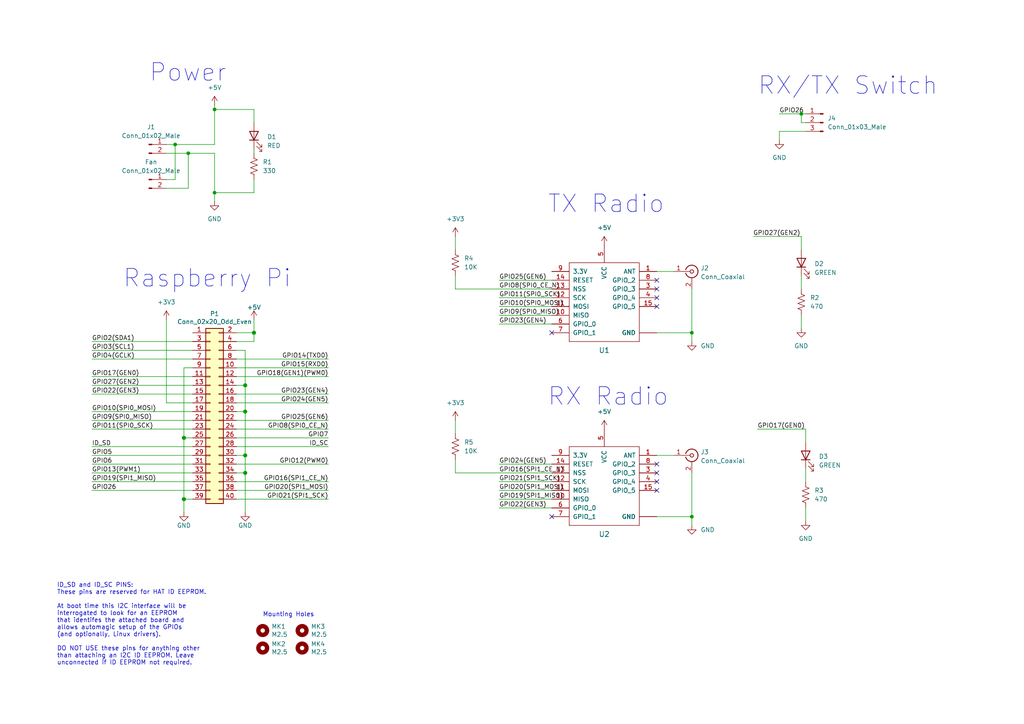
<source format=kicad_sch>
(kicad_sch (version 20211123) (generator eeschema)
  (paper "A4")
  (title_block (date "15 nov 2012"))
  (lib_symbols
    (symbol "Connector:Conn_01x02_Male" (pin_names (offset 1.016) hide)
      (property "Reference" "J" (at 0 2.54 0))
      (property "Value" "Conn_01x02_Male" (at 0 -5.08 0))
      (symbol "Conn_01x02_Male_1_1"
        (polyline (pts (xy 1.27 -2.54) (xy 0.8636 -2.54)) (stroke (width 0.1524)))
        (polyline (pts (xy 1.27 0) (xy 0.8636 0)) (stroke (width 0.1524)))
        (rectangle (start 0.8636 -2.413) (end 0 -2.667) (stroke (width 0.1524)) (fill (type outline)))
        (rectangle (start 0.8636 0.127) (end 0 -0.127) (stroke (width 0.1524)) (fill (type outline)))
        (pin passive line (at 5.08 0 180) (length 3.81) (name "Pin_1") (number "1"))
        (pin passive line (at 5.08 -2.54 180) (length 3.81) (name "Pin_2") (number "2"))
      )
    )
    (symbol "Connector:Conn_01x03_Male" (pin_names (offset 1.016) hide)
      (property "Reference" "J" (at 0 5.08 0))
      (property "Value" "Conn_01x03_Male" (at 0 -5.08 0))
      (symbol "Conn_01x03_Male_1_1"
        (polyline (pts (xy 1.27 -2.54) (xy 0.8636 -2.54)) (stroke (width 0.1524)))
        (polyline (pts (xy 1.27 0) (xy 0.8636 0)) (stroke (width 0.1524)))
        (polyline (pts (xy 1.27 2.54) (xy 0.8636 2.54)) (stroke (width 0.1524)))
        (rectangle (start 0.8636 -2.413) (end 0 -2.667) (stroke (width 0.1524)) (fill (type outline)))
        (rectangle (start 0.8636 0.127) (end 0 -0.127) (stroke (width 0.1524)) (fill (type outline)))
        (rectangle (start 0.8636 2.667) (end 0 2.413) (stroke (width 0.1524)) (fill (type outline)))
        (pin passive line (at 5.08 2.54 180) (length 3.81) (name "Pin_1") (number "1"))
        (pin passive line (at 5.08 0 180) (length 3.81) (name "Pin_2") (number "2"))
        (pin passive line (at 5.08 -2.54 180) (length 3.81) (name "Pin_3") (number "3"))
      )
    )
    (symbol "Connector:Conn_Coaxial" (pin_names (offset 1.016) hide)
      (property "Reference" "J" (at 0.254 3.048 0))
      (property "Value" "Conn_Coaxial" (at 2.921 0 90))
      (symbol "Conn_Coaxial_0_1"
        (arc (start -1.778 -0.508) (mid 0.222 -1.808) (end 1.778 0) (stroke (width 0.254)))
        (polyline (pts (xy -2.54 0) (xy -0.508 0)))
        (polyline (pts (xy 0 -2.54) (xy 0 -1.778)))
        (circle (center 0 0) (radius 0.508) (stroke (width 0.2032)))
        (arc (start 1.778 0) (mid 0.222 1.8083) (end -1.778 0.508) (stroke (width 0.254)))
      )
      (symbol "Conn_Coaxial_1_1"
        (pin passive line (at -5.08 0 0) (length 2.54) (name "In") (number "1"))
        (pin passive line (at 0 -5.08 90) (length 2.54) (name "Ext") (number "2"))
      )
    )
    (symbol "Connector_Generic:Conn_02x20_Odd_Even" (pin_names (offset 1.016) hide)
      (property "Reference" "J" (at 1.27 25.4 0))
      (property "Value" "Conn_02x20_Odd_Even" (at 1.27 -27.94 0))
      (symbol "Conn_02x20_Odd_Even_1_1"
        (rectangle (start -1.27 -25.273) (end 0 -25.527) (stroke (width 0.1524)))
        (rectangle (start -1.27 -22.733) (end 0 -22.987) (stroke (width 0.1524)))
        (rectangle (start -1.27 -20.193) (end 0 -20.447) (stroke (width 0.1524)))
        (rectangle (start -1.27 -17.653) (end 0 -17.907) (stroke (width 0.1524)))
        (rectangle (start -1.27 -15.113) (end 0 -15.367) (stroke (width 0.1524)))
        (rectangle (start -1.27 -12.573) (end 0 -12.827) (stroke (width 0.1524)))
        (rectangle (start -1.27 -10.033) (end 0 -10.287) (stroke (width 0.1524)))
        (rectangle (start -1.27 -7.493) (end 0 -7.747) (stroke (width 0.1524)))
        (rectangle (start -1.27 -4.953) (end 0 -5.207) (stroke (width 0.1524)))
        (rectangle (start -1.27 -2.413) (end 0 -2.667) (stroke (width 0.1524)))
        (rectangle (start -1.27 0.127) (end 0 -0.127) (stroke (width 0.1524)))
        (rectangle (start -1.27 2.667) (end 0 2.413) (stroke (width 0.1524)))
        (rectangle (start -1.27 5.207) (end 0 4.953) (stroke (width 0.1524)))
        (rectangle (start -1.27 7.747) (end 0 7.493) (stroke (width 0.1524)))
        (rectangle (start -1.27 10.287) (end 0 10.033) (stroke (width 0.1524)))
        (rectangle (start -1.27 12.827) (end 0 12.573) (stroke (width 0.1524)))
        (rectangle (start -1.27 15.367) (end 0 15.113) (stroke (width 0.1524)))
        (rectangle (start -1.27 17.907) (end 0 17.653) (stroke (width 0.1524)))
        (rectangle (start -1.27 20.447) (end 0 20.193) (stroke (width 0.1524)))
        (rectangle (start -1.27 22.987) (end 0 22.733) (stroke (width 0.1524)))
        (rectangle (start -1.27 24.13) (end 3.81 -26.67) (stroke (width 0.254)) (fill (type background)))
        (rectangle (start 3.81 -25.273) (end 2.54 -25.527) (stroke (width 0.1524)))
        (rectangle (start 3.81 -22.733) (end 2.54 -22.987) (stroke (width 0.1524)))
        (rectangle (start 3.81 -20.193) (end 2.54 -20.447) (stroke (width 0.1524)))
        (rectangle (start 3.81 -17.653) (end 2.54 -17.907) (stroke (width 0.1524)))
        (rectangle (start 3.81 -15.113) (end 2.54 -15.367) (stroke (width 0.1524)))
        (rectangle (start 3.81 -12.573) (end 2.54 -12.827) (stroke (width 0.1524)))
        (rectangle (start 3.81 -10.033) (end 2.54 -10.287) (stroke (width 0.1524)))
        (rectangle (start 3.81 -7.493) (end 2.54 -7.747) (stroke (width 0.1524)))
        (rectangle (start 3.81 -4.953) (end 2.54 -5.207) (stroke (width 0.1524)))
        (rectangle (start 3.81 -2.413) (end 2.54 -2.667) (stroke (width 0.1524)))
        (rectangle (start 3.81 0.127) (end 2.54 -0.127) (stroke (width 0.1524)))
        (rectangle (start 3.81 2.667) (end 2.54 2.413) (stroke (width 0.1524)))
        (rectangle (start 3.81 5.207) (end 2.54 4.953) (stroke (width 0.1524)))
        (rectangle (start 3.81 7.747) (end 2.54 7.493) (stroke (width 0.1524)))
        (rectangle (start 3.81 10.287) (end 2.54 10.033) (stroke (width 0.1524)))
        (rectangle (start 3.81 12.827) (end 2.54 12.573) (stroke (width 0.1524)))
        (rectangle (start 3.81 15.367) (end 2.54 15.113) (stroke (width 0.1524)))
        (rectangle (start 3.81 17.907) (end 2.54 17.653) (stroke (width 0.1524)))
        (rectangle (start 3.81 20.447) (end 2.54 20.193) (stroke (width 0.1524)))
        (rectangle (start 3.81 22.987) (end 2.54 22.733) (stroke (width 0.1524)))
        (pin passive line (at -5.08 22.86 0) (length 3.81) (name "Pin_1") (number "1"))
        (pin passive line (at 7.62 12.7 180) (length 3.81) (name "Pin_10") (number "10"))
        (pin passive line (at -5.08 10.16 0) (length 3.81) (name "Pin_11") (number "11"))
        (pin passive line (at 7.62 10.16 180) (length 3.81) (name "Pin_12") (number "12"))
        (pin passive line (at -5.08 7.62 0) (length 3.81) (name "Pin_13") (number "13"))
        (pin passive line (at 7.62 7.62 180) (length 3.81) (name "Pin_14") (number "14"))
        (pin passive line (at -5.08 5.08 0) (length 3.81) (name "Pin_15") (number "15"))
        (pin passive line (at 7.62 5.08 180) (length 3.81) (name "Pin_16") (number "16"))
        (pin passive line (at -5.08 2.54 0) (length 3.81) (name "Pin_17") (number "17"))
        (pin passive line (at 7.62 2.54 180) (length 3.81) (name "Pin_18") (number "18"))
        (pin passive line (at -5.08 0 0) (length 3.81) (name "Pin_19") (number "19"))
        (pin passive line (at 7.62 22.86 180) (length 3.81) (name "Pin_2") (number "2"))
        (pin passive line (at 7.62 0 180) (length 3.81) (name "Pin_20") (number "20"))
        (pin passive line (at -5.08 -2.54 0) (length 3.81) (name "Pin_21") (number "21"))
        (pin passive line (at 7.62 -2.54 180) (length 3.81) (name "Pin_22") (number "22"))
        (pin passive line (at -5.08 -5.08 0) (length 3.81) (name "Pin_23") (number "23"))
        (pin passive line (at 7.62 -5.08 180) (length 3.81) (name "Pin_24") (number "24"))
        (pin passive line (at -5.08 -7.62 0) (length 3.81) (name "Pin_25") (number "25"))
        (pin passive line (at 7.62 -7.62 180) (length 3.81) (name "Pin_26") (number "26"))
        (pin passive line (at -5.08 -10.16 0) (length 3.81) (name "Pin_27") (number "27"))
        (pin passive line (at 7.62 -10.16 180) (length 3.81) (name "Pin_28") (number "28"))
        (pin passive line (at -5.08 -12.7 0) (length 3.81) (name "Pin_29") (number "29"))
        (pin passive line (at -5.08 20.32 0) (length 3.81) (name "Pin_3") (number "3"))
        (pin passive line (at 7.62 -12.7 180) (length 3.81) (name "Pin_30") (number "30"))
        (pin passive line (at -5.08 -15.24 0) (length 3.81) (name "Pin_31") (number "31"))
        (pin passive line (at 7.62 -15.24 180) (length 3.81) (name "Pin_32") (number "32"))
        (pin passive line (at -5.08 -17.78 0) (length 3.81) (name "Pin_33") (number "33"))
        (pin passive line (at 7.62 -17.78 180) (length 3.81) (name "Pin_34") (number "34"))
        (pin passive line (at -5.08 -20.32 0) (length 3.81) (name "Pin_35") (number "35"))
        (pin passive line (at 7.62 -20.32 180) (length 3.81) (name "Pin_36") (number "36"))
        (pin passive line (at -5.08 -22.86 0) (length 3.81) (name "Pin_37") (number "37"))
        (pin passive line (at 7.62 -22.86 180) (length 3.81) (name "Pin_38") (number "38"))
        (pin passive line (at -5.08 -25.4 0) (length 3.81) (name "Pin_39") (number "39"))
        (pin passive line (at 7.62 20.32 180) (length 3.81) (name "Pin_4") (number "4"))
        (pin passive line (at 7.62 -25.4 180) (length 3.81) (name "Pin_40") (number "40"))
        (pin passive line (at -5.08 17.78 0) (length 3.81) (name "Pin_5") (number "5"))
        (pin passive line (at 7.62 17.78 180) (length 3.81) (name "Pin_6") (number "6"))
        (pin passive line (at -5.08 15.24 0) (length 3.81) (name "Pin_7") (number "7"))
        (pin passive line (at 7.62 15.24 180) (length 3.81) (name "Pin_8") (number "8"))
        (pin passive line (at -5.08 12.7 0) (length 3.81) (name "Pin_9") (number "9"))
      )
    )
    (symbol "Device:LED" (pin_numbers hide) (pin_names (offset 1.016) hide)
      (property "Reference" "D" (at 0 2.54 0))
      (property "Value" "LED" (at 0 -2.54 0))
      (symbol "LED_0_1"
        (polyline (pts (xy -1.27 -1.27) (xy -1.27 1.27)) (stroke (width 0.254)))
        (polyline (pts (xy -1.27 0) (xy 1.27 0)))
        (polyline (pts (xy 1.27 -1.27) (xy 1.27 1.27) (xy -1.27 0) (xy 1.27 -1.27)) (stroke (width 0.254)))
        (polyline (pts (xy -3.048 -0.762) (xy -4.572 -2.286) (xy -3.81 -2.286) (xy -4.572 -2.286) (xy -4.572 -1.524)))
        (polyline (pts (xy -1.778 -0.762) (xy -3.302 -2.286) (xy -2.54 -2.286) (xy -3.302 -2.286) (xy -3.302 -1.524)))
      )
      (symbol "LED_1_1"
        (pin passive line (at -3.81 0 0) (length 2.54) (name "K") (number "1"))
        (pin passive line (at 3.81 0 180) (length 2.54) (name "A") (number "2"))
      )
    )
    (symbol "Device:R_US" (pin_numbers hide) (pin_names (offset 0))
      (property "Reference" "R" (at 2.54 0 90))
      (property "Value" "R_US" (at -2.54 0 90))
      (symbol "R_US_0_1"
        (polyline (pts (xy 0 -2.286) (xy 0 -2.54)))
        (polyline (pts (xy 0 2.286) (xy 0 2.54)))
        (polyline (pts (xy 0 -0.762) (xy 1.016 -1.143) (xy 0 -1.524) (xy -1.016 -1.905) (xy 0 -2.286)))
        (polyline (pts (xy 0 0.762) (xy 1.016 0.381) (xy 0 0) (xy -1.016 -0.381) (xy 0 -0.762)))
        (polyline (pts (xy 0 2.286) (xy 1.016 1.905) (xy 0 1.524) (xy -1.016 1.143) (xy 0 0.762)))
      )
      (symbol "R_US_1_1"
        (pin passive line (at 0 3.81 270) (length 1.27) (name "~") (number "1"))
        (pin passive line (at 0 -3.81 90) (length 1.27) (name "~") (number "2"))
      )
    )
    (symbol "Mechanical:MountingHole" (pin_names (offset 1.016))
      (property "Reference" "H" (at 0 5.08 0))
      (property "Value" "MountingHole" (at 0 3.175 0))
      (symbol "MountingHole_0_1"
        (circle (center 0 0) (radius 1.27) (stroke (width 1.27)))
      )
    )
    (symbol "mainboard:RFM98PW-symbols" (pin_names (offset 1.016))
      (property "Reference" "U" (at -7.62 10.16 0))
      (symbol "RFM98PW-symbols_0_0"
        (pin bidirectional line (at 17.78 -10.16 180) (length 5.08) hide (name "GND") (number "17"))
        (pin bidirectional line (at 2.54 15.24 270) (length 5.08) (name "VCC") (number "5"))
      )
      (symbol "RFM98PW-symbols_1_0"
        (polyline (pts (xy -7.62 -12.7) (xy -7.62 10.16)))
        (polyline (pts (xy -7.62 10.16) (xy 12.7 10.16)))
        (polyline (pts (xy 12.7 -12.7) (xy -7.62 -12.7)))
        (polyline (pts (xy 12.7 10.16) (xy 12.7 -12.7)))
        (pin bidirectional line (at 17.78 7.62 180) (length 5.08) (name "ANT") (number "1"))
        (pin bidirectional line (at -12.7 -5.08 0) (length 5.08) (name "MISO") (number "10"))
        (pin bidirectional line (at -12.7 -2.54 0) (length 5.08) (name "MOSI") (number "11"))
        (pin bidirectional line (at -12.7 0 0) (length 5.08) (name "SCK") (number "12"))
        (pin bidirectional line (at -12.7 2.54 0) (length 5.08) (name "NSS") (number "13"))
        (pin bidirectional line (at -12.7 5.08 0) (length 5.08) (name "RESET") (number "14"))
        (pin bidirectional line (at 17.78 -2.54 180) (length 5.08) (name "GPIO_5") (number "15"))
        (pin bidirectional line (at 17.78 -10.16 180) (length 5.08) (name "GND") (number "16"))
        (pin bidirectional line (at 17.78 -10.16 180) (length 5.08) (name "GND") (number "2"))
        (pin bidirectional line (at 17.78 2.54 180) (length 5.08) (name "GPIO_3") (number "3"))
        (pin bidirectional line (at 17.78 0 180) (length 5.08) (name "GPIO_4") (number "4"))
        (pin bidirectional line (at -12.7 -7.62 0) (length 5.08) (name "GPIO_0") (number "6"))
        (pin bidirectional line (at -12.7 -10.16 0) (length 5.08) (name "GPIO_1") (number "7"))
        (pin bidirectional line (at 17.78 5.08 180) (length 5.08) (name "GPIO_2") (number "8"))
        (pin power_in line (at -12.7 7.62 0) (length 5.08) (name "3.3V") (number "9"))
      )
    )
    (symbol "power:+3.3V" (power) (pin_names (offset 0))
      (property "Value" "+3.3V" (at 0 3.556 0))
      (symbol "+3.3V_0_1"
        (polyline (pts (xy -0.762 1.27) (xy 0 2.54)))
        (polyline (pts (xy 0 0) (xy 0 2.54)))
        (polyline (pts (xy 0 2.54) (xy 0.762 1.27)))
      )
      (symbol "+3.3V_1_1"
        (pin power_in line (at 0 0 90) (length 0) hide (name "+3V3") (number "1"))
      )
    )
    (symbol "power:+5V" (power) (pin_names (offset 0))
      (property "Value" "+5V" (at 0 3.556 0))
      (symbol "+5V_0_1"
        (polyline (pts (xy -0.762 1.27) (xy 0 2.54)))
        (polyline (pts (xy 0 0) (xy 0 2.54)))
        (polyline (pts (xy 0 2.54) (xy 0.762 1.27)))
      )
      (symbol "+5V_1_1"
        (pin power_in line (at 0 0 90) (length 0) hide (name "+5V") (number "1"))
      )
    )
    (symbol "power:GND" (power) (pin_names (offset 0))
      (property "Value" "GND" (at 0 -3.81 0))
      (symbol "GND_0_1"
        (polyline (pts (xy 0 0) (xy 0 -1.27) (xy 1.27 -1.27) (xy 0 -2.54) (xy -1.27 -1.27) (xy 0 -1.27)))
      )
      (symbol "GND_1_1"
        (pin power_in line (at 0 0 270) (length 0) hide (name "GND") (number "1"))
      )
    )
  )
  (junction (at 71.12 137.16) (diameter 1.016))
  (junction (at 54.61 44.45))
  (junction (at 62.23 31.75))
  (junction (at 200.66 149.86))
  (junction (at 62.23 55.88))
  (junction (at 200.66 96.52))
  (junction (at 50.8 41.91))
  (junction (at 71.12 119.38) (diameter 1.016))
  (junction (at 53.34 144.78) (diameter 1.016))
  (junction (at 232.41 33.02))
  (junction (at 73.66 96.52) (diameter 1.016))
  (junction (at 71.12 132.08) (diameter 1.016))
  (junction (at 71.12 111.76) (diameter 1.016))
  (junction (at 53.34 127) (diameter 1.016))
  (no_connect (at 190.5 134.62))
  (no_connect (at 190.5 137.16))
  (no_connect (at 190.5 142.24))
  (no_connect (at 190.5 139.7))
  (no_connect (at 160.02 149.86))
  (no_connect (at 190.5 81.28))
  (no_connect (at 190.5 83.82))
  (no_connect (at 190.5 86.36))
  (no_connect (at 190.5 88.9))
  (no_connect (at 160.02 96.52))
  (wire (pts (xy 200.66 137.16) (xy 200.66 149.86)))
  (wire (pts (xy 73.66 43.18) (xy 73.66 44.45)))
  (wire (pts (xy 144.78 88.9) (xy 160.02 88.9)))
  (wire (pts (xy 190.5 132.08) (xy 195.58 132.08)))
  (wire (pts (xy 144.78 142.24) (xy 160.02 142.24)))
  (wire (pts (xy 218.44 68.58) (xy 232.41 68.58)))
  (wire (pts (xy 68.58 139.7) (xy 95.25 139.7)))
  (wire (pts (xy 73.66 96.52) (xy 73.66 99.06)))
  (wire (pts (xy 233.68 35.56) (xy 232.41 35.56)))
  (wire (pts (xy 132.08 121.92) (xy 132.08 125.73)))
  (wire (pts (xy 132.08 80.01) (xy 132.08 83.82)))
  (wire (pts (xy 71.12 111.76) (xy 71.12 119.38)))
  (wire (pts (xy 190.5 78.74) (xy 195.58 78.74)))
  (wire (pts (xy 68.58 104.14) (xy 95.25 104.14)))
  (wire (pts (xy 62.23 31.75) (xy 62.23 41.91)))
  (wire (pts (xy 26.67 101.6) (xy 55.88 101.6)))
  (wire (pts (xy 200.66 96.52) (xy 200.66 99.06)))
  (wire (pts (xy 71.12 101.6) (xy 68.58 101.6)))
  (wire (pts (xy 144.78 86.36) (xy 160.02 86.36)))
  (wire (pts (xy 68.58 134.62) (xy 95.25 134.62)))
  (wire (pts (xy 233.68 124.46) (xy 233.68 128.27)))
  (wire (pts (xy 55.88 129.54) (xy 26.67 129.54)))
  (wire (pts (xy 233.68 147.32) (xy 233.68 151.13)))
  (wire (pts (xy 71.12 111.76) (xy 68.58 111.76)))
  (wire (pts (xy 132.08 83.82) (xy 160.02 83.82)))
  (wire (pts (xy 26.67 132.08) (xy 55.88 132.08)))
  (wire (pts (xy 26.67 121.92) (xy 55.88 121.92)))
  (wire (pts (xy 232.41 33.02) (xy 233.68 33.02)))
  (wire (pts (xy 144.78 147.32) (xy 160.02 147.32)))
  (wire (pts (xy 26.67 99.06) (xy 55.88 99.06)))
  (wire (pts (xy 53.34 106.68) (xy 55.88 106.68)))
  (wire (pts (xy 190.5 96.52) (xy 200.66 96.52)))
  (wire (pts (xy 62.23 55.88) (xy 73.66 55.88)))
  (wire (pts (xy 232.41 80.01) (xy 232.41 83.82)))
  (wire (pts (xy 71.12 119.38) (xy 68.58 119.38)))
  (wire (pts (xy 68.58 144.78) (xy 95.25 144.78)))
  (wire (pts (xy 62.23 30.48) (xy 62.23 31.75)))
  (wire (pts (xy 190.5 149.86) (xy 200.66 149.86)))
  (wire (pts (xy 26.67 139.7) (xy 55.88 139.7)))
  (wire (pts (xy 144.78 139.7) (xy 160.02 139.7)))
  (wire (pts (xy 132.08 137.16) (xy 160.02 137.16)))
  (wire (pts (xy 26.67 142.24) (xy 55.88 142.24)))
  (wire (pts (xy 50.8 52.07) (xy 50.8 41.91)))
  (wire (pts (xy 200.66 83.82) (xy 200.66 96.52)))
  (wire (pts (xy 26.67 114.3) (xy 55.88 114.3)))
  (wire (pts (xy 68.58 116.84) (xy 95.25 116.84)))
  (wire (pts (xy 62.23 31.75) (xy 73.66 31.75)))
  (wire (pts (xy 73.66 31.75) (xy 73.66 35.56)))
  (wire (pts (xy 71.12 132.08) (xy 71.12 137.16)))
  (wire (pts (xy 54.61 54.61) (xy 54.61 44.45)))
  (wire (pts (xy 53.34 127) (xy 53.34 144.78)))
  (wire (pts (xy 48.26 44.45) (xy 54.61 44.45)))
  (wire (pts (xy 73.66 96.52) (xy 68.58 96.52)))
  (wire (pts (xy 26.67 119.38) (xy 55.88 119.38)))
  (wire (pts (xy 68.58 99.06) (xy 73.66 99.06)))
  (wire (pts (xy 53.34 144.78) (xy 55.88 144.78)))
  (wire (pts (xy 68.58 127) (xy 95.25 127)))
  (wire (pts (xy 53.34 106.68) (xy 53.34 127)))
  (wire (pts (xy 132.08 133.35) (xy 132.08 137.16)))
  (wire (pts (xy 48.26 54.61) (xy 54.61 54.61)))
  (wire (pts (xy 144.78 91.44) (xy 160.02 91.44)))
  (wire (pts (xy 226.06 33.02) (xy 232.41 33.02)))
  (wire (pts (xy 232.41 68.58) (xy 232.41 72.39)))
  (wire (pts (xy 48.26 116.84) (xy 55.88 116.84)))
  (wire (pts (xy 48.26 52.07) (xy 50.8 52.07)))
  (wire (pts (xy 71.12 101.6) (xy 71.12 111.76)))
  (wire (pts (xy 71.12 132.08) (xy 68.58 132.08)))
  (wire (pts (xy 48.26 92.71) (xy 48.26 116.84)))
  (wire (pts (xy 71.12 137.16) (xy 71.12 148.59)))
  (wire (pts (xy 26.67 124.46) (xy 55.88 124.46)))
  (wire (pts (xy 71.12 137.16) (xy 68.58 137.16)))
  (wire (pts (xy 26.67 134.62) (xy 55.88 134.62)))
  (wire (pts (xy 26.67 104.14) (xy 55.88 104.14)))
  (wire (pts (xy 232.41 33.02) (xy 232.41 35.56)))
  (wire (pts (xy 233.68 135.89) (xy 233.68 139.7)))
  (wire (pts (xy 73.66 52.07) (xy 73.66 55.88)))
  (wire (pts (xy 53.34 144.78) (xy 53.34 148.59)))
  (wire (pts (xy 71.12 119.38) (xy 71.12 132.08)))
  (wire (pts (xy 68.58 106.68) (xy 95.25 106.68)))
  (wire (pts (xy 144.78 134.62) (xy 160.02 134.62)))
  (wire (pts (xy 68.58 129.54) (xy 95.25 129.54)))
  (wire (pts (xy 68.58 109.22) (xy 95.25 109.22)))
  (wire (pts (xy 68.58 121.92) (xy 95.25 121.92)))
  (wire (pts (xy 68.58 124.46) (xy 95.25 124.46)))
  (wire (pts (xy 219.71 124.46) (xy 233.68 124.46)))
  (wire (pts (xy 26.67 111.76) (xy 55.88 111.76)))
  (wire (pts (xy 68.58 114.3) (xy 95.25 114.3)))
  (wire (pts (xy 55.88 109.22) (xy 26.67 109.22)))
  (wire (pts (xy 232.41 91.44) (xy 232.41 95.25)))
  (wire (pts (xy 48.26 41.91) (xy 50.8 41.91)))
  (wire (pts (xy 62.23 55.88) (xy 62.23 44.45)))
  (wire (pts (xy 62.23 58.42) (xy 62.23 55.88)))
  (wire (pts (xy 144.78 93.98) (xy 160.02 93.98)))
  (wire (pts (xy 50.8 41.91) (xy 62.23 41.91)))
  (wire (pts (xy 226.06 38.1) (xy 226.06 40.64)))
  (wire (pts (xy 68.58 142.24) (xy 95.25 142.24)))
  (wire (pts (xy 53.34 127) (xy 55.88 127)))
  (wire (pts (xy 73.66 92.71) (xy 73.66 96.52)))
  (wire (pts (xy 54.61 44.45) (xy 62.23 44.45)))
  (wire (pts (xy 132.08 68.58) (xy 132.08 72.39)))
  (wire (pts (xy 233.68 38.1) (xy 226.06 38.1)))
  (wire (pts (xy 200.66 149.86) (xy 200.66 152.4)))
  (wire (pts (xy 144.78 144.78) (xy 160.02 144.78)))
  (wire (pts (xy 144.78 81.28) (xy 160.02 81.28)))
  (wire (pts (xy 55.88 137.16) (xy 26.67 137.16)))
  (text "RX Radio" (at 158.75 118.11 0) (effects (font (size 5.08 5.08)) (justify left bottom)))
  (text "RX/TX Switch" (at 219.71 27.94 0) (effects (font (size 5.08 5.08)) (justify left bottom)))
  (text "ID_SD and ID_SC PINS:\nThese pins are reserved for HAT ID EEPROM.\n\nAt boot time this I2C interface will be\ninterrogated to look for an EEPROM\nthat identifes the attached board and\nallows automagic setup of the GPIOs\n(and optionally, Linux drivers).\n\nDO NOT USE these pins for anything other\nthan attaching an I2C ID EEPROM. Leave\nunconnected if ID EEPROM not required." (at 16.51 193.04 0) (effects (font (size 1.27 1.27)) (justify left bottom)))
  (text "TX Radio" (at 158.75 62.23 0) (effects (font (size 5.08 5.08)) (justify left bottom)))
  (text "Raspberry Pi" (at 35.56 83.82 0) (effects (font (size 5.08 5.08)) (justify left bottom)))
  (text "Mounting Holes" (at 76.2 179.07 0) (effects (font (size 1.27 1.27)) (justify left bottom)))
  (text "Power" (at 43.18 24.13 0) (effects (font (size 5.08 5.08)) (justify left bottom)))
  (label "GPIO10(SPI0_MOSI)" (at 144.78 88.9 0))
  (label "GPIO21(SPI1_SCK)" (at 144.78 139.7 0))
  (label "GPIO5" (at 26.67 132.08 0))
  (label "GPIO13(PWM1)" (at 26.67 137.16 0))
  (label "GPIO7" (at 95.25 127 180))
  (label "GPIO25(GEN6)" (at 95.25 121.92 180))
  (label "GPIO27(GEN2)" (at 218.44 68.58 0))
  (label "ID_SD" (at 26.67 129.54 0))
  (label "GPIO17(GEN0)" (at 26.67 109.22 0))
  (label "GPIO20(SPI1_MOSI)" (at 95.25 142.24 180))
  (label "GPIO20(SPI1_MOSI)" (at 144.78 142.24 0))
  (label "GPIO17(GEN0)" (at 219.71 124.46 0))
  (label "GPIO15(RXD0)" (at 95.25 106.68 180))
  (label "ID_SC" (at 95.25 129.54 180))
  (label "GPIO4(GCLK)" (at 26.67 104.14 0))
  (label "GPIO19(SPI1_MISO)" (at 26.67 139.7 0))
  (label "GPIO16(SPI1_CE_N)" (at 95.25 139.7 180))
  (label "GPIO21(SPI1_SCK)" (at 95.25 144.78 180))
  (label "GPIO14(TXD0)" (at 95.25 104.14 180))
  (label "GPIO3(SCL1)" (at 26.67 101.6 0))
  (label "GPIO8(SPI0_CE_N)" (at 95.25 124.46 180))
  (label "GPIO6" (at 26.67 134.62 0))
  (label "GPIO16(SPI1_CE_N)" (at 144.78 137.16 0))
  (label "GPIO27(GEN2)" (at 26.67 111.76 0))
  (label "GPIO26" (at 26.67 142.24 0))
  (label "GPIO24(GEN5)" (at 95.25 116.84 180))
  (label "GPIO18(GEN1)(PWM0)" (at 95.25 109.22 180))
  (label "GPIO23(GEN4)" (at 95.25 114.3 180))
  (label "GPIO23(GEN4)" (at 144.78 93.98 0))
  (label "GPIO9(SPI0_MISO)" (at 26.67 121.92 0))
  (label "GPIO10(SPI0_MOSI)" (at 26.67 119.38 0))
  (label "GPIO12(PWM0)" (at 95.25 134.62 180))
  (label "GPIO9(SPI0_MISO)" (at 144.78 91.44 0))
  (label "GPIO26" (at 226.06 33.02 0))
  (label "GPIO24(GEN5)" (at 144.78 134.62 0))
  (label "GPIO2(SDA1)" (at 26.67 99.06 0))
  (label "GPIO22(GEN3)" (at 26.67 114.3 0))
  (label "GPIO11(SPI0_SCK)" (at 26.67 124.46 0))
  (label "GPIO25(GEN6)" (at 144.78 81.28 0))
  (label "GPIO8(SPI0_CE_N)" (at 144.78 83.82 0))
  (label "GPIO22(GEN3)" (at 144.78 147.32 0))
  (label "GPIO11(SPI0_SCK)" (at 144.78 86.36 0))
  (label "GPIO19(SPI1_MISO)" (at 144.78 144.78 0))
  (symbol (lib_id "power:+5V") (at 73.66 92.71 0) (unit 1)
    (property "Reference" "#PWR05" (effects hide))
    (property "Value" "+5V" (at 73.66 89.154 0))
  )
  (symbol (lib_id "power:GND") (at 71.12 148.59 0) (unit 1)
    (property "Reference" "#PWR04" (effects hide))
    (property "Value" "GND" (at 71.12 152.4 0))
  )
  (symbol (lib_id "power:GND") (at 53.34 148.59 0) (unit 1)
    (property "Reference" "#PWR01" (effects hide))
    (property "Value" "GND" (at 53.34 152.4 0))
  )
  (symbol (lib_id "Mechanical:MountingHole") (at 76.2 182.88 0) (unit 1)
    (property "Reference" "MK1" (at 78.74 181.7116 0) (effects (justify left)))
    (property "Value" "M2.5" (at 78.74 184.023 0) (effects (justify left)))
    (property "Footprint" "MountingHole:MountingHole_2.7mm_M2.5" (effects hide))
  )
  (symbol (lib_id "Mechanical:MountingHole") (at 87.63 182.88 0) (unit 1)
    (property "Reference" "MK3" (at 90.17 181.7116 0) (effects (justify left)))
    (property "Value" "M2.5" (at 90.17 184.023 0) (effects (justify left)))
    (property "Footprint" "MountingHole:MountingHole_2.7mm_M2.5" (effects hide))
  )
  (symbol (lib_id "Mechanical:MountingHole") (at 76.2 187.96 0) (unit 1)
    (property "Reference" "MK2" (at 78.74 186.7916 0) (effects (justify left)))
    (property "Value" "M2.5" (at 78.74 189.103 0) (effects (justify left)))
    (property "Footprint" "MountingHole:MountingHole_2.7mm_M2.5" (effects hide))
  )
  (symbol (lib_id "Mechanical:MountingHole") (at 87.63 187.96 0) (unit 1)
    (property "Reference" "MK4" (at 90.17 186.7916 0) (effects (justify left)))
    (property "Value" "M2.5" (at 90.17 189.103 0) (effects (justify left)))
    (property "Footprint" "MountingHole:MountingHole_2.7mm_M2.5" (effects hide))
  )
  (symbol (lib_id "Connector_Generic:Conn_02x20_Odd_Even") (at 60.96 119.38 0) (unit 1)
    (property "Reference" "P1" (at 62.23 91.0082 0))
    (property "Value" "Conn_02x20_Odd_Even" (at 62.23 93.3196 0))
    (property "Footprint" "Connector_PinSocket_2.54mm:PinSocket_2x20_P2.54mm_Vertical" (effects hide))
  )
  (symbol (lib_id "Device:R_US") (at 73.66 48.26 0) (unit 1)
    (property "Reference" "R1" (at 76.2 46.9899 0) (effects (justify left)))
    (property "Value" "330" (at 76.2 49.5299 0) (effects (justify left)))
    (property "Footprint" "Resistor_SMD:R_0603_1608Metric" (effects hide))
  )
  (symbol (lib_id "power:GND") (at 226.06 40.64 0) (unit 1)
    (property "Reference" "#PWR010" (effects hide))
    (property "Value" "GND" (at 226.06 45.72 0))
  )
  (symbol (lib_id "Device:LED") (at 233.68 132.08 90) (unit 1)
    (property "Reference" "D3" (at 237.49 132.3974 90) (effects (justify right)))
    (property "Value" "GREEN" (at 237.49 134.9374 90) (effects (justify right)))
    (property "Footprint" "LED_SMD:LED_0603_1608Metric" (effects hide))
  )
  (symbol (lib_id "Connector:Conn_Coaxial") (at 200.66 78.74 0) (unit 1)
    (property "Reference" "J2" (at 203.2 77.7631 0) (effects (justify left)))
    (property "Value" "Conn_Coaxial" (at 203.2 80.3031 0) (effects (justify left)))
    (property "Footprint" "Connector_Coaxial:SMA_Amphenol_132134-11_Vertical" (effects hide))
    (property "Datasheet" " ~" (effects hide))
  )
  (symbol (lib_id "mainboard:RFM98PW-symbols") (at 172.72 139.7 0) (unit 1)
    (property "Reference" "U2" (at 175.26 154.94 0) (effects (font (size 1.4986 1.4986))))
    (property "Value" "RFM98PW-symbols" (effects hide))
    (property "Footprint" "mainboard:RFM95PW" (effects hide))
  )
  (symbol (lib_id "Device:R_US") (at 233.68 143.51 0) (unit 1)
    (property "Reference" "R3" (at 236.22 142.2399 0) (effects (justify left)))
    (property "Value" "470" (at 236.22 144.7799 0) (effects (justify left)))
    (property "Footprint" "Resistor_SMD:R_0603_1608Metric" (effects hide))
  )
  (symbol (lib_id "Device:LED") (at 73.66 39.37 90) (unit 1)
    (property "Reference" "D1" (at 77.47 39.6874 90) (effects (justify right)))
    (property "Value" "RED" (at 77.47 42.2274 90) (effects (justify right)))
    (property "Footprint" "LED_SMD:LED_0603_1608Metric" (effects hide))
  )
  (symbol (lib_id "power:+5V") (at 175.26 124.46 0) (unit 1)
    (property "Reference" "#PWR07" (effects hide))
    (property "Value" "+5V" (at 175.26 119.38 0))
  )
  (symbol (lib_id "power:+3.3V") (at 48.26 92.71 0) (unit 1)
    (property "Reference" "#PWR0101" (effects hide))
    (property "Value" "+3.3V" (at 48.26 87.63 0))
  )
  (symbol (lib_id "power:GND") (at 200.66 152.4 0) (unit 1)
    (property "Reference" "#PWR09" (effects hide))
    (property "Value" "GND" (at 203.2 153.6699 0) (effects (justify left)))
  )
  (symbol (lib_id "power:GND") (at 232.41 95.25 0) (unit 1)
    (property "Reference" "#PWR011" (effects hide))
    (property "Value" "GND" (at 232.41 100.33 0))
  )
  (symbol (lib_id "power:+5V") (at 62.23 30.48 0) (unit 1)
    (property "Reference" "#PWR02" (effects hide))
    (property "Value" "+5V" (at 62.23 25.4 0))
  )
  (symbol (lib_id "power:GND") (at 233.68 151.13 0) (unit 1)
    (property "Reference" "#PWR012" (effects hide))
    (property "Value" "GND" (at 233.68 156.21 0))
  )
  (symbol (lib_id "power:+3.3V") (at 132.08 68.58 0) (unit 1)
    (property "Reference" "#PWR0102" (effects hide))
    (property "Value" "+3.3V" (at 132.08 63.5 0))
  )
  (symbol (lib_id "power:+5V") (at 175.26 71.12 0) (unit 1)
    (property "Reference" "#PWR06" (effects hide))
    (property "Value" "+5V" (at 175.26 66.04 0))
  )
  (symbol (lib_id "mainboard:RFM98PW-symbols") (at 172.72 86.36 0) (unit 1)
    (property "Reference" "U1" (at 175.26 101.6 0) (effects (font (size 1.4986 1.4986))))
    (property "Value" "RFM98PW-symbols" (effects hide))
    (property "Footprint" "mainboard:RFM95PW" (effects hide))
  )
  (symbol (lib_id "Device:LED") (at 232.41 76.2 90) (unit 1)
    (property "Reference" "D2" (at 236.22 76.5174 90) (effects (justify right)))
    (property "Value" "GREEN" (at 236.22 79.0574 90) (effects (justify right)))
    (property "Footprint" "LED_SMD:LED_0603_1608Metric" (effects hide))
  )
  (symbol (lib_id "power:GND") (at 62.23 58.42 0) (unit 1)
    (property "Reference" "#PWR03" (effects hide))
    (property "Value" "GND" (at 62.23 63.5 0))
  )
  (symbol (lib_id "Connector:Conn_01x03_Male") (at 238.76 35.56 0) (mirror y) (unit 1)
    (property "Reference" "J4" (at 240.03 34.2899 0) (effects (justify right)))
    (property "Value" "Conn_01x03_Male" (at 240.03 36.8299 0) (effects (justify right)))
    (property "Footprint" "Connector_JST:JST_XH_B3B-XH-AM_1x03_P2.50mm_Vertical" (effects hide))
  )
  (symbol (lib_id "Connector:Conn_01x02_Male") (at 43.18 52.07 0) (unit 1)
    (property "Reference" "Fan" (at 43.815 46.99 0))
    (property "Value" "Conn_01x02_Male" (at 43.815 49.53 0))
    (property "Footprint" "Connector_PinHeader_2.54mm:PinHeader_1x02_P2.54mm_Vertical" (effects hide))
  )
  (symbol (lib_id "power:GND") (at 200.66 99.06 0) (unit 1)
    (property "Reference" "#PWR08" (effects hide))
    (property "Value" "GND" (at 203.2 100.3299 0) (effects (justify left)))
  )
  (symbol (lib_id "Device:R_US") (at 132.08 129.54 0) (unit 1)
    (property "Reference" "R5" (at 134.62 128.2699 0) (effects (justify left)))
    (property "Value" "10K" (at 134.62 130.8099 0) (effects (justify left)))
    (property "Footprint" "Resistor_SMD:R_0603_1608Metric" (effects hide))
  )
  (symbol (lib_id "power:+3.3V") (at 132.08 121.92 0) (unit 1)
    (property "Reference" "#PWR0103" (effects hide))
    (property "Value" "+3.3V" (at 132.08 116.84 0))
  )
  (symbol (lib_id "Device:R_US") (at 132.08 76.2 0) (unit 1)
    (property "Reference" "R4" (at 134.62 74.9299 0) (effects (justify left)))
    (property "Value" "10K" (at 134.62 77.4699 0) (effects (justify left)))
    (property "Footprint" "Resistor_SMD:R_0603_1608Metric" (effects hide))
  )
  (symbol (lib_id "Connector:Conn_01x02_Male") (at 43.18 41.91 0) (unit 1)
    (property "Reference" "J1" (at 43.815 36.83 0))
    (property "Value" "Conn_01x02_Male" (at 43.815 39.37 0))
    (property "Footprint" "Connector_JST:JST_XH_B2B-XH-AM_1x02_P2.50mm_Vertical" (effects hide))
  )
  (symbol (lib_id "Device:R_US") (at 232.41 87.63 0) (unit 1)
    (property "Reference" "R2" (at 234.95 86.3599 0) (effects (justify left)))
    (property "Value" "470" (at 234.95 88.8999 0) (effects (justify left)))
    (property "Footprint" "Resistor_SMD:R_0603_1608Metric" (effects hide))
  )
  (symbol (lib_id "Connector:Conn_Coaxial") (at 200.66 132.08 0) (unit 1)
    (property "Reference" "J3" (at 203.2 131.1031 0) (effects (justify left)))
    (property "Value" "Conn_Coaxial" (at 203.2 133.6431 0) (effects (justify left)))
    (property "Footprint" "Connector_Coaxial:SMA_Amphenol_132134-11_Vertical" (effects hide))
    (property "Datasheet" " ~" (effects hide))
  )
)
</source>
